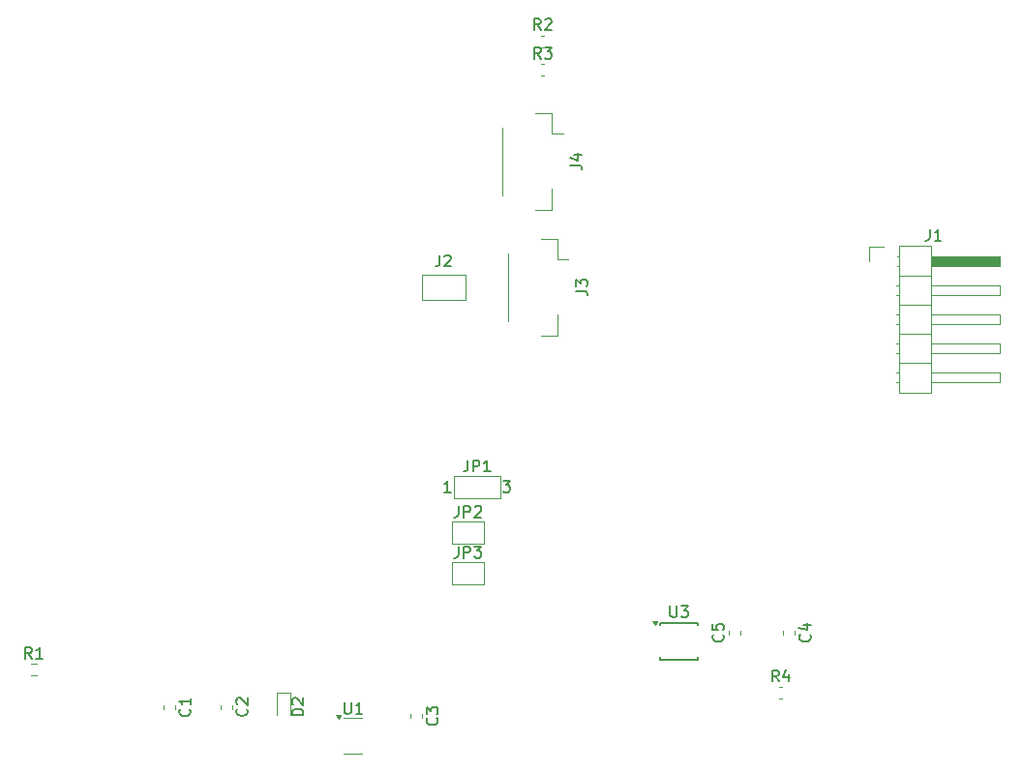
<source format=gbr>
%TF.GenerationSoftware,KiCad,Pcbnew,9.0.1+1*%
%TF.CreationDate,2025-10-02T18:07:45+00:00*%
%TF.ProjectId,TFI2CADC01,54464932-4341-4444-9330-312e6b696361,rev?*%
%TF.SameCoordinates,PX7cee6c0PY700e860*%
%TF.FileFunction,Legend,Top*%
%TF.FilePolarity,Positive*%
%FSLAX46Y46*%
G04 Gerber Fmt 4.6, Leading zero omitted, Abs format (unit mm)*
G04 Created by KiCad (PCBNEW 9.0.1+1) date 2025-10-02 18:07:45*
%MOMM*%
%LPD*%
G01*
G04 APERTURE LIST*
%ADD10C,0.150000*%
%ADD11C,0.120000*%
G04 APERTURE END LIST*
D10*
X-22899405Y-20604819D02*
X-22899405Y-21414342D01*
X-22899405Y-21414342D02*
X-22851786Y-21509580D01*
X-22851786Y-21509580D02*
X-22804167Y-21557200D01*
X-22804167Y-21557200D02*
X-22708929Y-21604819D01*
X-22708929Y-21604819D02*
X-22518453Y-21604819D01*
X-22518453Y-21604819D02*
X-22423215Y-21557200D01*
X-22423215Y-21557200D02*
X-22375596Y-21509580D01*
X-22375596Y-21509580D02*
X-22327977Y-21414342D01*
X-22327977Y-21414342D02*
X-22327977Y-20604819D01*
X-21327977Y-21604819D02*
X-21899405Y-21604819D01*
X-21613691Y-21604819D02*
X-21613691Y-20604819D01*
X-21613691Y-20604819D02*
X-21708929Y-20747676D01*
X-21708929Y-20747676D02*
X-21804167Y-20842914D01*
X-21804167Y-20842914D02*
X-21899405Y-20890533D01*
X-12933334Y-3404819D02*
X-12933334Y-4119104D01*
X-12933334Y-4119104D02*
X-12980953Y-4261961D01*
X-12980953Y-4261961D02*
X-13076191Y-4357200D01*
X-13076191Y-4357200D02*
X-13219048Y-4404819D01*
X-13219048Y-4404819D02*
X-13314286Y-4404819D01*
X-12457143Y-4404819D02*
X-12457143Y-3404819D01*
X-12457143Y-3404819D02*
X-12076191Y-3404819D01*
X-12076191Y-3404819D02*
X-11980953Y-3452438D01*
X-11980953Y-3452438D02*
X-11933334Y-3500057D01*
X-11933334Y-3500057D02*
X-11885715Y-3595295D01*
X-11885715Y-3595295D02*
X-11885715Y-3738152D01*
X-11885715Y-3738152D02*
X-11933334Y-3833390D01*
X-11933334Y-3833390D02*
X-11980953Y-3881009D01*
X-11980953Y-3881009D02*
X-12076191Y-3928628D01*
X-12076191Y-3928628D02*
X-12457143Y-3928628D01*
X-11504762Y-3500057D02*
X-11457143Y-3452438D01*
X-11457143Y-3452438D02*
X-11361905Y-3404819D01*
X-11361905Y-3404819D02*
X-11123810Y-3404819D01*
X-11123810Y-3404819D02*
X-11028572Y-3452438D01*
X-11028572Y-3452438D02*
X-10980953Y-3500057D01*
X-10980953Y-3500057D02*
X-10933334Y-3595295D01*
X-10933334Y-3595295D02*
X-10933334Y-3690533D01*
X-10933334Y-3690533D02*
X-10980953Y-3833390D01*
X-10980953Y-3833390D02*
X-11552381Y-4404819D01*
X-11552381Y-4404819D02*
X-10933334Y-4404819D01*
X-14583334Y18545181D02*
X-14583334Y17830896D01*
X-14583334Y17830896D02*
X-14630953Y17688039D01*
X-14630953Y17688039D02*
X-14726191Y17592800D01*
X-14726191Y17592800D02*
X-14869048Y17545181D01*
X-14869048Y17545181D02*
X-14964286Y17545181D01*
X-14154762Y18449943D02*
X-14107143Y18497562D01*
X-14107143Y18497562D02*
X-14011905Y18545181D01*
X-14011905Y18545181D02*
X-13773810Y18545181D01*
X-13773810Y18545181D02*
X-13678572Y18497562D01*
X-13678572Y18497562D02*
X-13630953Y18449943D01*
X-13630953Y18449943D02*
X-13583334Y18354705D01*
X-13583334Y18354705D02*
X-13583334Y18259467D01*
X-13583334Y18259467D02*
X-13630953Y18116610D01*
X-13630953Y18116610D02*
X-14202381Y17545181D01*
X-14202381Y17545181D02*
X-13583334Y17545181D01*
X-31460420Y-21166666D02*
X-31412800Y-21214285D01*
X-31412800Y-21214285D02*
X-31365181Y-21357142D01*
X-31365181Y-21357142D02*
X-31365181Y-21452380D01*
X-31365181Y-21452380D02*
X-31412800Y-21595237D01*
X-31412800Y-21595237D02*
X-31508039Y-21690475D01*
X-31508039Y-21690475D02*
X-31603277Y-21738094D01*
X-31603277Y-21738094D02*
X-31793753Y-21785713D01*
X-31793753Y-21785713D02*
X-31936610Y-21785713D01*
X-31936610Y-21785713D02*
X-32127086Y-21738094D01*
X-32127086Y-21738094D02*
X-32222324Y-21690475D01*
X-32222324Y-21690475D02*
X-32317562Y-21595237D01*
X-32317562Y-21595237D02*
X-32365181Y-21452380D01*
X-32365181Y-21452380D02*
X-32365181Y-21357142D01*
X-32365181Y-21357142D02*
X-32317562Y-21214285D01*
X-32317562Y-21214285D02*
X-32269943Y-21166666D01*
X-32269943Y-20785713D02*
X-32317562Y-20738094D01*
X-32317562Y-20738094D02*
X-32365181Y-20642856D01*
X-32365181Y-20642856D02*
X-32365181Y-20404761D01*
X-32365181Y-20404761D02*
X-32317562Y-20309523D01*
X-32317562Y-20309523D02*
X-32269943Y-20261904D01*
X-32269943Y-20261904D02*
X-32174705Y-20214285D01*
X-32174705Y-20214285D02*
X-32079467Y-20214285D01*
X-32079467Y-20214285D02*
X-31936610Y-20261904D01*
X-31936610Y-20261904D02*
X-31365181Y-20833332D01*
X-31365181Y-20833332D02*
X-31365181Y-20214285D01*
X-5741667Y35725181D02*
X-6075000Y36201372D01*
X-6313095Y35725181D02*
X-6313095Y36725181D01*
X-6313095Y36725181D02*
X-5932143Y36725181D01*
X-5932143Y36725181D02*
X-5836905Y36677562D01*
X-5836905Y36677562D02*
X-5789286Y36629943D01*
X-5789286Y36629943D02*
X-5741667Y36534705D01*
X-5741667Y36534705D02*
X-5741667Y36391848D01*
X-5741667Y36391848D02*
X-5789286Y36296610D01*
X-5789286Y36296610D02*
X-5836905Y36248991D01*
X-5836905Y36248991D02*
X-5932143Y36201372D01*
X-5932143Y36201372D02*
X-6313095Y36201372D01*
X-5408333Y36725181D02*
X-4789286Y36725181D01*
X-4789286Y36725181D02*
X-5122619Y36344229D01*
X-5122619Y36344229D02*
X-4979762Y36344229D01*
X-4979762Y36344229D02*
X-4884524Y36296610D01*
X-4884524Y36296610D02*
X-4836905Y36248991D01*
X-4836905Y36248991D02*
X-4789286Y36153753D01*
X-4789286Y36153753D02*
X-4789286Y35915658D01*
X-4789286Y35915658D02*
X-4836905Y35820420D01*
X-4836905Y35820420D02*
X-4884524Y35772800D01*
X-4884524Y35772800D02*
X-4979762Y35725181D01*
X-4979762Y35725181D02*
X-5265476Y35725181D01*
X-5265476Y35725181D02*
X-5360714Y35772800D01*
X-5360714Y35772800D02*
X-5408333Y35820420D01*
X-12933334Y-6954819D02*
X-12933334Y-7669104D01*
X-12933334Y-7669104D02*
X-12980953Y-7811961D01*
X-12980953Y-7811961D02*
X-13076191Y-7907200D01*
X-13076191Y-7907200D02*
X-13219048Y-7954819D01*
X-13219048Y-7954819D02*
X-13314286Y-7954819D01*
X-12457143Y-7954819D02*
X-12457143Y-6954819D01*
X-12457143Y-6954819D02*
X-12076191Y-6954819D01*
X-12076191Y-6954819D02*
X-11980953Y-7002438D01*
X-11980953Y-7002438D02*
X-11933334Y-7050057D01*
X-11933334Y-7050057D02*
X-11885715Y-7145295D01*
X-11885715Y-7145295D02*
X-11885715Y-7288152D01*
X-11885715Y-7288152D02*
X-11933334Y-7383390D01*
X-11933334Y-7383390D02*
X-11980953Y-7431009D01*
X-11980953Y-7431009D02*
X-12076191Y-7478628D01*
X-12076191Y-7478628D02*
X-12457143Y-7478628D01*
X-11552381Y-6954819D02*
X-10933334Y-6954819D01*
X-10933334Y-6954819D02*
X-11266667Y-7335771D01*
X-11266667Y-7335771D02*
X-11123810Y-7335771D01*
X-11123810Y-7335771D02*
X-11028572Y-7383390D01*
X-11028572Y-7383390D02*
X-10980953Y-7431009D01*
X-10980953Y-7431009D02*
X-10933334Y-7526247D01*
X-10933334Y-7526247D02*
X-10933334Y-7764342D01*
X-10933334Y-7764342D02*
X-10980953Y-7859580D01*
X-10980953Y-7859580D02*
X-11028572Y-7907200D01*
X-11028572Y-7907200D02*
X-11123810Y-7954819D01*
X-11123810Y-7954819D02*
X-11409524Y-7954819D01*
X-11409524Y-7954819D02*
X-11504762Y-7907200D01*
X-11504762Y-7907200D02*
X-11552381Y-7859580D01*
X-36460420Y-21191666D02*
X-36412800Y-21239285D01*
X-36412800Y-21239285D02*
X-36365181Y-21382142D01*
X-36365181Y-21382142D02*
X-36365181Y-21477380D01*
X-36365181Y-21477380D02*
X-36412800Y-21620237D01*
X-36412800Y-21620237D02*
X-36508039Y-21715475D01*
X-36508039Y-21715475D02*
X-36603277Y-21763094D01*
X-36603277Y-21763094D02*
X-36793753Y-21810713D01*
X-36793753Y-21810713D02*
X-36936610Y-21810713D01*
X-36936610Y-21810713D02*
X-37127086Y-21763094D01*
X-37127086Y-21763094D02*
X-37222324Y-21715475D01*
X-37222324Y-21715475D02*
X-37317562Y-21620237D01*
X-37317562Y-21620237D02*
X-37365181Y-21477380D01*
X-37365181Y-21477380D02*
X-37365181Y-21382142D01*
X-37365181Y-21382142D02*
X-37317562Y-21239285D01*
X-37317562Y-21239285D02*
X-37269943Y-21191666D01*
X-36365181Y-20239285D02*
X-36365181Y-20810713D01*
X-36365181Y-20524999D02*
X-37365181Y-20524999D01*
X-37365181Y-20524999D02*
X-37222324Y-20620237D01*
X-37222324Y-20620237D02*
X-37127086Y-20715475D01*
X-37127086Y-20715475D02*
X-37079467Y-20810713D01*
X-26495181Y-21738094D02*
X-27495181Y-21738094D01*
X-27495181Y-21738094D02*
X-27495181Y-21499999D01*
X-27495181Y-21499999D02*
X-27447562Y-21357142D01*
X-27447562Y-21357142D02*
X-27352324Y-21261904D01*
X-27352324Y-21261904D02*
X-27257086Y-21214285D01*
X-27257086Y-21214285D02*
X-27066610Y-21166666D01*
X-27066610Y-21166666D02*
X-26923753Y-21166666D01*
X-26923753Y-21166666D02*
X-26733277Y-21214285D01*
X-26733277Y-21214285D02*
X-26638039Y-21261904D01*
X-26638039Y-21261904D02*
X-26542800Y-21357142D01*
X-26542800Y-21357142D02*
X-26495181Y-21499999D01*
X-26495181Y-21499999D02*
X-26495181Y-21738094D01*
X-27399943Y-20785713D02*
X-27447562Y-20738094D01*
X-27447562Y-20738094D02*
X-27495181Y-20642856D01*
X-27495181Y-20642856D02*
X-27495181Y-20404761D01*
X-27495181Y-20404761D02*
X-27447562Y-20309523D01*
X-27447562Y-20309523D02*
X-27399943Y-20261904D01*
X-27399943Y-20261904D02*
X-27304705Y-20214285D01*
X-27304705Y-20214285D02*
X-27209467Y-20214285D01*
X-27209467Y-20214285D02*
X-27066610Y-20261904D01*
X-27066610Y-20261904D02*
X-26495181Y-20833332D01*
X-26495181Y-20833332D02*
X-26495181Y-20214285D01*
X-2645181Y15416667D02*
X-1930896Y15416667D01*
X-1930896Y15416667D02*
X-1788039Y15369048D01*
X-1788039Y15369048D02*
X-1692800Y15273810D01*
X-1692800Y15273810D02*
X-1645181Y15130953D01*
X-1645181Y15130953D02*
X-1645181Y15035715D01*
X-2645181Y15797620D02*
X-2645181Y16416667D01*
X-2645181Y16416667D02*
X-2264229Y16083334D01*
X-2264229Y16083334D02*
X-2264229Y16226191D01*
X-2264229Y16226191D02*
X-2216610Y16321429D01*
X-2216610Y16321429D02*
X-2168991Y16369048D01*
X-2168991Y16369048D02*
X-2073753Y16416667D01*
X-2073753Y16416667D02*
X-1835658Y16416667D01*
X-1835658Y16416667D02*
X-1740420Y16369048D01*
X-1740420Y16369048D02*
X-1692800Y16321429D01*
X-1692800Y16321429D02*
X-1645181Y16226191D01*
X-1645181Y16226191D02*
X-1645181Y15940477D01*
X-1645181Y15940477D02*
X-1692800Y15845239D01*
X-1692800Y15845239D02*
X-1740420Y15797620D01*
X28301666Y20815181D02*
X28301666Y20100896D01*
X28301666Y20100896D02*
X28254047Y19958039D01*
X28254047Y19958039D02*
X28158809Y19862800D01*
X28158809Y19862800D02*
X28015952Y19815181D01*
X28015952Y19815181D02*
X27920714Y19815181D01*
X29301666Y19815181D02*
X28730238Y19815181D01*
X29015952Y19815181D02*
X29015952Y20815181D01*
X29015952Y20815181D02*
X28920714Y20672324D01*
X28920714Y20672324D02*
X28825476Y20577086D01*
X28825476Y20577086D02*
X28730238Y20529467D01*
X-14822920Y-21966666D02*
X-14775300Y-22014285D01*
X-14775300Y-22014285D02*
X-14727681Y-22157142D01*
X-14727681Y-22157142D02*
X-14727681Y-22252380D01*
X-14727681Y-22252380D02*
X-14775300Y-22395237D01*
X-14775300Y-22395237D02*
X-14870539Y-22490475D01*
X-14870539Y-22490475D02*
X-14965777Y-22538094D01*
X-14965777Y-22538094D02*
X-15156253Y-22585713D01*
X-15156253Y-22585713D02*
X-15299110Y-22585713D01*
X-15299110Y-22585713D02*
X-15489586Y-22538094D01*
X-15489586Y-22538094D02*
X-15584824Y-22490475D01*
X-15584824Y-22490475D02*
X-15680062Y-22395237D01*
X-15680062Y-22395237D02*
X-15727681Y-22252380D01*
X-15727681Y-22252380D02*
X-15727681Y-22157142D01*
X-15727681Y-22157142D02*
X-15680062Y-22014285D01*
X-15680062Y-22014285D02*
X-15632443Y-21966666D01*
X-15727681Y-21633332D02*
X-15727681Y-21014285D01*
X-15727681Y-21014285D02*
X-15346729Y-21347618D01*
X-15346729Y-21347618D02*
X-15346729Y-21204761D01*
X-15346729Y-21204761D02*
X-15299110Y-21109523D01*
X-15299110Y-21109523D02*
X-15251491Y-21061904D01*
X-15251491Y-21061904D02*
X-15156253Y-21014285D01*
X-15156253Y-21014285D02*
X-14918158Y-21014285D01*
X-14918158Y-21014285D02*
X-14822920Y-21061904D01*
X-14822920Y-21061904D02*
X-14775300Y-21109523D01*
X-14775300Y-21109523D02*
X-14727681Y-21204761D01*
X-14727681Y-21204761D02*
X-14727681Y-21490475D01*
X-14727681Y-21490475D02*
X-14775300Y-21585713D01*
X-14775300Y-21585713D02*
X-14822920Y-21633332D01*
X17789580Y-14666666D02*
X17837200Y-14714285D01*
X17837200Y-14714285D02*
X17884819Y-14857142D01*
X17884819Y-14857142D02*
X17884819Y-14952380D01*
X17884819Y-14952380D02*
X17837200Y-15095237D01*
X17837200Y-15095237D02*
X17741961Y-15190475D01*
X17741961Y-15190475D02*
X17646723Y-15238094D01*
X17646723Y-15238094D02*
X17456247Y-15285713D01*
X17456247Y-15285713D02*
X17313390Y-15285713D01*
X17313390Y-15285713D02*
X17122914Y-15238094D01*
X17122914Y-15238094D02*
X17027676Y-15190475D01*
X17027676Y-15190475D02*
X16932438Y-15095237D01*
X16932438Y-15095237D02*
X16884819Y-14952380D01*
X16884819Y-14952380D02*
X16884819Y-14857142D01*
X16884819Y-14857142D02*
X16932438Y-14714285D01*
X16932438Y-14714285D02*
X16980057Y-14666666D01*
X17218152Y-13809523D02*
X17884819Y-13809523D01*
X16837200Y-14047618D02*
X17551485Y-14285713D01*
X17551485Y-14285713D02*
X17551485Y-13666666D01*
X10179580Y-14666666D02*
X10227200Y-14714285D01*
X10227200Y-14714285D02*
X10274819Y-14857142D01*
X10274819Y-14857142D02*
X10274819Y-14952380D01*
X10274819Y-14952380D02*
X10227200Y-15095237D01*
X10227200Y-15095237D02*
X10131961Y-15190475D01*
X10131961Y-15190475D02*
X10036723Y-15238094D01*
X10036723Y-15238094D02*
X9846247Y-15285713D01*
X9846247Y-15285713D02*
X9703390Y-15285713D01*
X9703390Y-15285713D02*
X9512914Y-15238094D01*
X9512914Y-15238094D02*
X9417676Y-15190475D01*
X9417676Y-15190475D02*
X9322438Y-15095237D01*
X9322438Y-15095237D02*
X9274819Y-14952380D01*
X9274819Y-14952380D02*
X9274819Y-14857142D01*
X9274819Y-14857142D02*
X9322438Y-14714285D01*
X9322438Y-14714285D02*
X9370057Y-14666666D01*
X9274819Y-13761904D02*
X9274819Y-14238094D01*
X9274819Y-14238094D02*
X9751009Y-14285713D01*
X9751009Y-14285713D02*
X9703390Y-14238094D01*
X9703390Y-14238094D02*
X9655771Y-14142856D01*
X9655771Y-14142856D02*
X9655771Y-13904761D01*
X9655771Y-13904761D02*
X9703390Y-13809523D01*
X9703390Y-13809523D02*
X9751009Y-13761904D01*
X9751009Y-13761904D02*
X9846247Y-13714285D01*
X9846247Y-13714285D02*
X10084342Y-13714285D01*
X10084342Y-13714285D02*
X10179580Y-13761904D01*
X10179580Y-13761904D02*
X10227200Y-13809523D01*
X10227200Y-13809523D02*
X10274819Y-13904761D01*
X10274819Y-13904761D02*
X10274819Y-14142856D01*
X10274819Y-14142856D02*
X10227200Y-14238094D01*
X10227200Y-14238094D02*
X10179580Y-14285713D01*
X15083333Y-18774819D02*
X14750000Y-18298628D01*
X14511905Y-18774819D02*
X14511905Y-17774819D01*
X14511905Y-17774819D02*
X14892857Y-17774819D01*
X14892857Y-17774819D02*
X14988095Y-17822438D01*
X14988095Y-17822438D02*
X15035714Y-17870057D01*
X15035714Y-17870057D02*
X15083333Y-17965295D01*
X15083333Y-17965295D02*
X15083333Y-18108152D01*
X15083333Y-18108152D02*
X15035714Y-18203390D01*
X15035714Y-18203390D02*
X14988095Y-18251009D01*
X14988095Y-18251009D02*
X14892857Y-18298628D01*
X14892857Y-18298628D02*
X14511905Y-18298628D01*
X15940476Y-18108152D02*
X15940476Y-18774819D01*
X15702381Y-17727200D02*
X15464286Y-18441485D01*
X15464286Y-18441485D02*
X16083333Y-18441485D01*
X-3145181Y26416667D02*
X-2430896Y26416667D01*
X-2430896Y26416667D02*
X-2288039Y26369048D01*
X-2288039Y26369048D02*
X-2192800Y26273810D01*
X-2192800Y26273810D02*
X-2145181Y26130953D01*
X-2145181Y26130953D02*
X-2145181Y26035715D01*
X-2811848Y27321429D02*
X-2145181Y27321429D01*
X-3192800Y27083334D02*
X-2478515Y26845239D01*
X-2478515Y26845239D02*
X-2478515Y27464286D01*
X-12133334Y595181D02*
X-12133334Y-119104D01*
X-12133334Y-119104D02*
X-12180953Y-261961D01*
X-12180953Y-261961D02*
X-12276191Y-357200D01*
X-12276191Y-357200D02*
X-12419048Y-404819D01*
X-12419048Y-404819D02*
X-12514286Y-404819D01*
X-11657143Y-404819D02*
X-11657143Y595181D01*
X-11657143Y595181D02*
X-11276191Y595181D01*
X-11276191Y595181D02*
X-11180953Y547562D01*
X-11180953Y547562D02*
X-11133334Y499943D01*
X-11133334Y499943D02*
X-11085715Y404705D01*
X-11085715Y404705D02*
X-11085715Y261848D01*
X-11085715Y261848D02*
X-11133334Y166610D01*
X-11133334Y166610D02*
X-11180953Y118991D01*
X-11180953Y118991D02*
X-11276191Y71372D01*
X-11276191Y71372D02*
X-11657143Y71372D01*
X-10133334Y-404819D02*
X-10704762Y-404819D01*
X-10419048Y-404819D02*
X-10419048Y595181D01*
X-10419048Y595181D02*
X-10514286Y452324D01*
X-10514286Y452324D02*
X-10609524Y357086D01*
X-10609524Y357086D02*
X-10704762Y309467D01*
X-13614286Y-2204819D02*
X-14185714Y-2204819D01*
X-13900000Y-2204819D02*
X-13900000Y-1204819D01*
X-13900000Y-1204819D02*
X-13995238Y-1347676D01*
X-13995238Y-1347676D02*
X-14090476Y-1442914D01*
X-14090476Y-1442914D02*
X-14185714Y-1490533D01*
X-9033333Y-1204819D02*
X-8414286Y-1204819D01*
X-8414286Y-1204819D02*
X-8747619Y-1585771D01*
X-8747619Y-1585771D02*
X-8604762Y-1585771D01*
X-8604762Y-1585771D02*
X-8509524Y-1633390D01*
X-8509524Y-1633390D02*
X-8461905Y-1681009D01*
X-8461905Y-1681009D02*
X-8414286Y-1776247D01*
X-8414286Y-1776247D02*
X-8414286Y-2014342D01*
X-8414286Y-2014342D02*
X-8461905Y-2109580D01*
X-8461905Y-2109580D02*
X-8509524Y-2157200D01*
X-8509524Y-2157200D02*
X-8604762Y-2204819D01*
X-8604762Y-2204819D02*
X-8890476Y-2204819D01*
X-8890476Y-2204819D02*
X-8985714Y-2157200D01*
X-8985714Y-2157200D02*
X-9033333Y-2109580D01*
X-5741667Y38235181D02*
X-6075000Y38711372D01*
X-6313095Y38235181D02*
X-6313095Y39235181D01*
X-6313095Y39235181D02*
X-5932143Y39235181D01*
X-5932143Y39235181D02*
X-5836905Y39187562D01*
X-5836905Y39187562D02*
X-5789286Y39139943D01*
X-5789286Y39139943D02*
X-5741667Y39044705D01*
X-5741667Y39044705D02*
X-5741667Y38901848D01*
X-5741667Y38901848D02*
X-5789286Y38806610D01*
X-5789286Y38806610D02*
X-5836905Y38758991D01*
X-5836905Y38758991D02*
X-5932143Y38711372D01*
X-5932143Y38711372D02*
X-6313095Y38711372D01*
X-5360714Y39139943D02*
X-5313095Y39187562D01*
X-5313095Y39187562D02*
X-5217857Y39235181D01*
X-5217857Y39235181D02*
X-4979762Y39235181D01*
X-4979762Y39235181D02*
X-4884524Y39187562D01*
X-4884524Y39187562D02*
X-4836905Y39139943D01*
X-4836905Y39139943D02*
X-4789286Y39044705D01*
X-4789286Y39044705D02*
X-4789286Y38949467D01*
X-4789286Y38949467D02*
X-4836905Y38806610D01*
X-4836905Y38806610D02*
X-5408333Y38235181D01*
X-5408333Y38235181D02*
X-4789286Y38235181D01*
X-50254167Y-16774819D02*
X-50587500Y-16298628D01*
X-50825595Y-16774819D02*
X-50825595Y-15774819D01*
X-50825595Y-15774819D02*
X-50444643Y-15774819D01*
X-50444643Y-15774819D02*
X-50349405Y-15822438D01*
X-50349405Y-15822438D02*
X-50301786Y-15870057D01*
X-50301786Y-15870057D02*
X-50254167Y-15965295D01*
X-50254167Y-15965295D02*
X-50254167Y-16108152D01*
X-50254167Y-16108152D02*
X-50301786Y-16203390D01*
X-50301786Y-16203390D02*
X-50349405Y-16251009D01*
X-50349405Y-16251009D02*
X-50444643Y-16298628D01*
X-50444643Y-16298628D02*
X-50825595Y-16298628D01*
X-49301786Y-16774819D02*
X-49873214Y-16774819D01*
X-49587500Y-16774819D02*
X-49587500Y-15774819D01*
X-49587500Y-15774819D02*
X-49682738Y-15917676D01*
X-49682738Y-15917676D02*
X-49777976Y-16012914D01*
X-49777976Y-16012914D02*
X-49873214Y-16060533D01*
X5588095Y-12154819D02*
X5588095Y-12964342D01*
X5588095Y-12964342D02*
X5635714Y-13059580D01*
X5635714Y-13059580D02*
X5683333Y-13107200D01*
X5683333Y-13107200D02*
X5778571Y-13154819D01*
X5778571Y-13154819D02*
X5969047Y-13154819D01*
X5969047Y-13154819D02*
X6064285Y-13107200D01*
X6064285Y-13107200D02*
X6111904Y-13059580D01*
X6111904Y-13059580D02*
X6159523Y-12964342D01*
X6159523Y-12964342D02*
X6159523Y-12154819D01*
X6540476Y-12154819D02*
X7159523Y-12154819D01*
X7159523Y-12154819D02*
X6826190Y-12535771D01*
X6826190Y-12535771D02*
X6969047Y-12535771D01*
X6969047Y-12535771D02*
X7064285Y-12583390D01*
X7064285Y-12583390D02*
X7111904Y-12631009D01*
X7111904Y-12631009D02*
X7159523Y-12726247D01*
X7159523Y-12726247D02*
X7159523Y-12964342D01*
X7159523Y-12964342D02*
X7111904Y-13059580D01*
X7111904Y-13059580D02*
X7064285Y-13107200D01*
X7064285Y-13107200D02*
X6969047Y-13154819D01*
X6969047Y-13154819D02*
X6683333Y-13154819D01*
X6683333Y-13154819D02*
X6588095Y-13107200D01*
X6588095Y-13107200D02*
X6540476Y-13059580D01*
D11*
%TO.C,U1*%
X-22137500Y-21990000D02*
X-22937500Y-21990000D01*
X-22137500Y-21990000D02*
X-21337500Y-21990000D01*
X-22137500Y-25110000D02*
X-22937500Y-25110000D01*
X-22137500Y-25110000D02*
X-21337500Y-25110000D01*
X-23437500Y-22040000D02*
X-23677500Y-21710000D01*
X-23197500Y-21710000D01*
X-23437500Y-22040000D01*
G36*
X-23437500Y-22040000D02*
G01*
X-23677500Y-21710000D01*
X-23197500Y-21710000D01*
X-23437500Y-22040000D01*
G37*
%TO.C,JP2*%
X-13500000Y-4750000D02*
X-10700000Y-4750000D01*
X-13500000Y-6750000D02*
X-13500000Y-4750000D01*
X-10700000Y-4750000D02*
X-10700000Y-6750000D01*
X-10700000Y-6750000D02*
X-13500000Y-6750000D01*
%TO.C,J2*%
X-16150000Y16850000D02*
X-12350000Y16850000D01*
X-12350000Y14650000D01*
X-16150000Y14650000D01*
X-16150000Y16850000D01*
%TO.C,C2*%
X-33760000Y-20837221D02*
X-33760000Y-21162779D01*
X-32740000Y-20837221D02*
X-32740000Y-21162779D01*
%TO.C,R3*%
X-5737779Y35260000D02*
X-5412221Y35260000D01*
X-5737779Y34240000D02*
X-5412221Y34240000D01*
%TO.C,JP3*%
X-13500000Y-8300000D02*
X-10700000Y-8300000D01*
X-13500000Y-10300000D02*
X-13500000Y-8300000D01*
X-10700000Y-8300000D02*
X-10700000Y-10300000D01*
X-10700000Y-10300000D02*
X-13500000Y-10300000D01*
%TO.C,C1*%
X-38760000Y-20862221D02*
X-38760000Y-21187779D01*
X-37740000Y-20862221D02*
X-37740000Y-21187779D01*
%TO.C,D2*%
X-28850000Y-21700000D02*
X-28850000Y-19740000D01*
X-27650000Y-19740000D02*
X-28850000Y-19740000D01*
X-27650000Y-21700000D02*
X-27650000Y-19740000D01*
%TO.C,J3*%
X-8560000Y18715000D02*
X-8560000Y12785000D01*
X-5740000Y19985000D02*
X-4290000Y19985000D01*
X-5740000Y11515000D02*
X-4290000Y11515000D01*
X-4290000Y19985000D02*
X-4290000Y18185000D01*
X-4290000Y18185000D02*
X-3300000Y18185000D01*
X-4290000Y11515000D02*
X-4290000Y13315000D01*
%TO.C,J1*%
X22980000Y19270000D02*
X24250000Y19270000D01*
X22980000Y18000000D02*
X22980000Y19270000D01*
X25327358Y15890000D02*
X25640000Y15890000D01*
X25327358Y15030000D02*
X25640000Y15030000D01*
X25327358Y13350000D02*
X25640000Y13350000D01*
X25327358Y12490000D02*
X25640000Y12490000D01*
X25327358Y10810000D02*
X25640000Y10810000D01*
X25327358Y9950000D02*
X25640000Y9950000D01*
X25327358Y8270000D02*
X25640000Y8270000D01*
X25327358Y7410000D02*
X25640000Y7410000D01*
X25410000Y18430000D02*
X25640000Y18430000D01*
X25410000Y17570000D02*
X25640000Y17570000D01*
X25640000Y19380000D02*
X25640000Y6460000D01*
X25640000Y16730000D02*
X28400000Y16730000D01*
X25640000Y14190000D02*
X28400000Y14190000D01*
X25640000Y11650000D02*
X28400000Y11650000D01*
X25640000Y9110000D02*
X28400000Y9110000D01*
X25640000Y6460000D02*
X28400000Y6460000D01*
X28400000Y19380000D02*
X25640000Y19380000D01*
X28400000Y15890000D02*
X34400000Y15890000D01*
X28400000Y13350000D02*
X34400000Y13350000D01*
X28400000Y10810000D02*
X34400000Y10810000D01*
X28400000Y8270000D02*
X34400000Y8270000D01*
X28400000Y6460000D02*
X28400000Y19380000D01*
X34400000Y15890000D02*
X34400000Y15030000D01*
X34400000Y15030000D02*
X28400000Y15030000D01*
X34400000Y13350000D02*
X34400000Y12490000D01*
X34400000Y12490000D02*
X28400000Y12490000D01*
X34400000Y10810000D02*
X34400000Y9950000D01*
X34400000Y9950000D02*
X28400000Y9950000D01*
X34400000Y8270000D02*
X34400000Y7410000D01*
X34400000Y7410000D02*
X28400000Y7410000D01*
X28400000Y18430000D02*
X34400000Y18430000D01*
X34400000Y17570000D01*
X28400000Y17570000D01*
X28400000Y18430000D01*
G36*
X28400000Y18430000D02*
G01*
X34400000Y18430000D01*
X34400000Y17570000D01*
X28400000Y17570000D01*
X28400000Y18430000D01*
G37*
%TO.C,C3*%
X-17122500Y-21637221D02*
X-17122500Y-21962779D01*
X-16102500Y-21637221D02*
X-16102500Y-21962779D01*
%TO.C,C4*%
X15490000Y-14337221D02*
X15490000Y-14662779D01*
X16510000Y-14337221D02*
X16510000Y-14662779D01*
%TO.C,C5*%
X10740000Y-14662779D02*
X10740000Y-14337221D01*
X11760000Y-14662779D02*
X11760000Y-14337221D01*
%TO.C,R4*%
X15087221Y-19240000D02*
X15412779Y-19240000D01*
X15087221Y-20260000D02*
X15412779Y-20260000D01*
%TO.C,J4*%
X-9060000Y29715000D02*
X-9060000Y23785000D01*
X-6240000Y30985000D02*
X-4790000Y30985000D01*
X-6240000Y22515000D02*
X-4790000Y22515000D01*
X-4790000Y30985000D02*
X-4790000Y29185000D01*
X-4790000Y29185000D02*
X-3800000Y29185000D01*
X-4790000Y22515000D02*
X-4790000Y24315000D01*
%TO.C,JP1*%
X-13350000Y-750000D02*
X-9250000Y-750000D01*
X-13350000Y-2750000D02*
X-13350000Y-750000D01*
X-9250000Y-750000D02*
X-9250000Y-2750000D01*
X-9250000Y-2750000D02*
X-13350000Y-2750000D01*
%TO.C,R2*%
X-5737779Y37770000D02*
X-5412221Y37770000D01*
X-5737779Y36750000D02*
X-5412221Y36750000D01*
%TO.C,R1*%
X-50324758Y-17227500D02*
X-49850242Y-17227500D01*
X-50324758Y-18272500D02*
X-49850242Y-18272500D01*
D10*
%TO.C,U3*%
X4725000Y-13625000D02*
X4725000Y-13850000D01*
X4725000Y-13625000D02*
X7975000Y-13625000D01*
X4725000Y-16875000D02*
X4725000Y-16650000D01*
X4725000Y-16875000D02*
X7975000Y-16875000D01*
X7975000Y-13625000D02*
X7975000Y-13850000D01*
X7975000Y-16875000D02*
X7975000Y-16650000D01*
D11*
X4250000Y-13850000D02*
X4010000Y-13520000D01*
X4490000Y-13520000D01*
X4250000Y-13850000D01*
G36*
X4250000Y-13850000D02*
G01*
X4010000Y-13520000D01*
X4490000Y-13520000D01*
X4250000Y-13850000D01*
G37*
%TD*%
M02*

</source>
